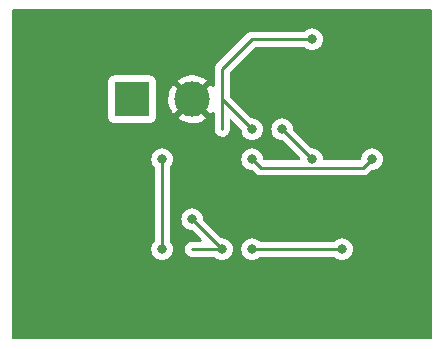
<source format=gbr>
%TF.GenerationSoftware,KiCad,Pcbnew,(6.0.10)*%
%TF.CreationDate,2023-02-17T09:16:45-08:00*%
%TF.ProjectId,Excercise2,45786365-7263-4697-9365-322e6b696361,rev?*%
%TF.SameCoordinates,Original*%
%TF.FileFunction,Copper,L2,Bot*%
%TF.FilePolarity,Positive*%
%FSLAX46Y46*%
G04 Gerber Fmt 4.6, Leading zero omitted, Abs format (unit mm)*
G04 Created by KiCad (PCBNEW (6.0.10)) date 2023-02-17 09:16:45*
%MOMM*%
%LPD*%
G01*
G04 APERTURE LIST*
%TA.AperFunction,ComponentPad*%
%ADD10R,3.000000X3.000000*%
%TD*%
%TA.AperFunction,ComponentPad*%
%ADD11C,3.000000*%
%TD*%
%TA.AperFunction,ViaPad*%
%ADD12C,0.800000*%
%TD*%
%TA.AperFunction,Conductor*%
%ADD13C,0.250000*%
%TD*%
G04 APERTURE END LIST*
D10*
%TO.P,J1,1,Pin_1*%
%TO.N,+9V*%
X137160000Y-78740000D03*
D11*
%TO.P,J1,2,Pin_2*%
%TO.N,GND*%
X142240000Y-78740000D03*
%TD*%
D12*
%TO.N,/pin_2*%
X157480000Y-83820000D03*
X147320000Y-83820000D03*
X157480000Y-83820000D03*
%TO.N,GND*%
X144780000Y-88900000D03*
X144780000Y-83820000D03*
X144780000Y-86360000D03*
X129540000Y-86360000D03*
X137160000Y-91440000D03*
X144780000Y-86360000D03*
X144780000Y-83820000D03*
%TO.N,Net-(C2-Pad1)*%
X144780000Y-91440000D03*
X142240000Y-88900000D03*
X142240000Y-88900000D03*
%TO.N,+9V*%
X147320000Y-81280000D03*
X139700000Y-83820000D03*
X147320000Y-81280000D03*
X152400000Y-73660000D03*
X147320000Y-81280000D03*
X147320000Y-81280000D03*
X139700000Y-91440000D03*
%TO.N,Net-(D2-Pad2)*%
X154940000Y-91440000D03*
X147320000Y-91440000D03*
%TO.N,/pin_3*%
X152400000Y-83820000D03*
X149860000Y-81280000D03*
X152400000Y-83820000D03*
X152400000Y-83820000D03*
%TD*%
D13*
%TO.N,/pin_2*%
X156755000Y-84545000D02*
X148045000Y-84545000D01*
X148045000Y-84545000D02*
X147320000Y-83820000D01*
X157480000Y-83820000D02*
X156755000Y-84545000D01*
%TO.N,GND*%
X144780000Y-83820000D02*
X144780000Y-86360000D01*
X132080000Y-91440000D02*
X129540000Y-88900000D01*
X144780000Y-88900000D02*
X144780000Y-86360000D01*
X129540000Y-88900000D02*
X129540000Y-86360000D01*
X137160000Y-91440000D02*
X132080000Y-91440000D01*
%TO.N,Net-(C2-Pad1)*%
X144780000Y-91440000D02*
X142240000Y-91440000D01*
X144780000Y-91440000D02*
X142240000Y-88900000D01*
%TO.N,+9V*%
X144780000Y-76200000D02*
X144780000Y-81280000D01*
X144780000Y-78740000D02*
X147320000Y-81280000D01*
X139700000Y-91440000D02*
X139700000Y-83820000D01*
X144780000Y-81280000D02*
X144780000Y-78740000D01*
X147320000Y-73660000D02*
X144780000Y-76200000D01*
X152400000Y-73660000D02*
X147320000Y-73660000D01*
%TO.N,Net-(D2-Pad2)*%
X154940000Y-91440000D02*
X147320000Y-91440000D01*
%TO.N,/pin_3*%
X152400000Y-83820000D02*
X149860000Y-81280000D01*
%TD*%
%TA.AperFunction,Conductor*%
%TO.N,GND*%
G36*
X162502121Y-71140002D02*
G01*
X162548614Y-71193658D01*
X162560000Y-71246000D01*
X162560000Y-98934000D01*
X162539998Y-99002121D01*
X162486342Y-99048614D01*
X162434000Y-99060000D01*
X127126000Y-99060000D01*
X127057879Y-99039998D01*
X127011386Y-98986342D01*
X127000000Y-98934000D01*
X127000000Y-91440000D01*
X138786496Y-91440000D01*
X138787186Y-91446565D01*
X138799072Y-91559650D01*
X138806458Y-91629928D01*
X138865473Y-91811556D01*
X138960960Y-91976944D01*
X139088747Y-92118866D01*
X139243248Y-92231118D01*
X139249276Y-92233802D01*
X139249278Y-92233803D01*
X139411681Y-92306109D01*
X139417712Y-92308794D01*
X139511112Y-92328647D01*
X139598056Y-92347128D01*
X139598061Y-92347128D01*
X139604513Y-92348500D01*
X139795487Y-92348500D01*
X139801939Y-92347128D01*
X139801944Y-92347128D01*
X139888888Y-92328647D01*
X139982288Y-92308794D01*
X139988319Y-92306109D01*
X140150722Y-92233803D01*
X140150724Y-92233802D01*
X140156752Y-92231118D01*
X140311253Y-92118866D01*
X140439040Y-91976944D01*
X140534527Y-91811556D01*
X140593542Y-91629928D01*
X140600929Y-91559650D01*
X140612814Y-91446565D01*
X140613504Y-91440000D01*
X140612814Y-91433435D01*
X140594232Y-91256635D01*
X140594232Y-91256633D01*
X140593542Y-91250072D01*
X140534527Y-91068444D01*
X140439040Y-90903056D01*
X140365863Y-90821785D01*
X140335147Y-90757779D01*
X140333500Y-90737476D01*
X140333500Y-88900000D01*
X141326496Y-88900000D01*
X141346458Y-89089928D01*
X141405473Y-89271556D01*
X141500960Y-89436944D01*
X141628747Y-89578866D01*
X141783248Y-89691118D01*
X141789276Y-89693802D01*
X141789278Y-89693803D01*
X141951681Y-89766109D01*
X141957712Y-89768794D01*
X142051112Y-89788647D01*
X142138056Y-89807128D01*
X142138061Y-89807128D01*
X142144513Y-89808500D01*
X142200406Y-89808500D01*
X142268527Y-89828502D01*
X142289501Y-89845405D01*
X143035501Y-90591405D01*
X143069527Y-90653717D01*
X143064462Y-90724532D01*
X143021915Y-90781368D01*
X142955395Y-90806179D01*
X142946406Y-90806500D01*
X142200144Y-90806500D01*
X142143432Y-90813665D01*
X142089068Y-90820532D01*
X142089065Y-90820533D01*
X142081203Y-90821526D01*
X141932383Y-90880448D01*
X141925972Y-90885106D01*
X141925970Y-90885107D01*
X141867638Y-90927488D01*
X141802893Y-90974528D01*
X141700867Y-91097856D01*
X141697494Y-91105023D01*
X141697492Y-91105027D01*
X141668274Y-91167121D01*
X141632717Y-91242682D01*
X141602725Y-91399906D01*
X141612775Y-91559650D01*
X141615224Y-91567186D01*
X141615224Y-91567188D01*
X141637650Y-91636206D01*
X141662236Y-91711875D01*
X141748000Y-91847018D01*
X141864679Y-91956586D01*
X142004940Y-92033695D01*
X142159970Y-92073500D01*
X144071800Y-92073500D01*
X144139921Y-92093502D01*
X144159147Y-92109843D01*
X144159420Y-92109540D01*
X144164332Y-92113963D01*
X144168747Y-92118866D01*
X144323248Y-92231118D01*
X144329276Y-92233802D01*
X144329278Y-92233803D01*
X144491681Y-92306109D01*
X144497712Y-92308794D01*
X144591112Y-92328647D01*
X144678056Y-92347128D01*
X144678061Y-92347128D01*
X144684513Y-92348500D01*
X144875487Y-92348500D01*
X144881939Y-92347128D01*
X144881944Y-92347128D01*
X144968888Y-92328647D01*
X145062288Y-92308794D01*
X145068319Y-92306109D01*
X145230722Y-92233803D01*
X145230724Y-92233802D01*
X145236752Y-92231118D01*
X145391253Y-92118866D01*
X145519040Y-91976944D01*
X145614527Y-91811556D01*
X145673542Y-91629928D01*
X145680929Y-91559650D01*
X145692814Y-91446565D01*
X145693504Y-91440000D01*
X146406496Y-91440000D01*
X146407186Y-91446565D01*
X146419072Y-91559650D01*
X146426458Y-91629928D01*
X146485473Y-91811556D01*
X146580960Y-91976944D01*
X146708747Y-92118866D01*
X146863248Y-92231118D01*
X146869276Y-92233802D01*
X146869278Y-92233803D01*
X147031681Y-92306109D01*
X147037712Y-92308794D01*
X147131112Y-92328647D01*
X147218056Y-92347128D01*
X147218061Y-92347128D01*
X147224513Y-92348500D01*
X147415487Y-92348500D01*
X147421939Y-92347128D01*
X147421944Y-92347128D01*
X147508888Y-92328647D01*
X147602288Y-92308794D01*
X147608319Y-92306109D01*
X147770722Y-92233803D01*
X147770724Y-92233802D01*
X147776752Y-92231118D01*
X147931253Y-92118866D01*
X147935668Y-92113963D01*
X147940580Y-92109540D01*
X147941705Y-92110789D01*
X147995014Y-92077949D01*
X148028200Y-92073500D01*
X154231800Y-92073500D01*
X154299921Y-92093502D01*
X154319147Y-92109843D01*
X154319420Y-92109540D01*
X154324332Y-92113963D01*
X154328747Y-92118866D01*
X154483248Y-92231118D01*
X154489276Y-92233802D01*
X154489278Y-92233803D01*
X154651681Y-92306109D01*
X154657712Y-92308794D01*
X154751112Y-92328647D01*
X154838056Y-92347128D01*
X154838061Y-92347128D01*
X154844513Y-92348500D01*
X155035487Y-92348500D01*
X155041939Y-92347128D01*
X155041944Y-92347128D01*
X155128888Y-92328647D01*
X155222288Y-92308794D01*
X155228319Y-92306109D01*
X155390722Y-92233803D01*
X155390724Y-92233802D01*
X155396752Y-92231118D01*
X155551253Y-92118866D01*
X155679040Y-91976944D01*
X155774527Y-91811556D01*
X155833542Y-91629928D01*
X155840929Y-91559650D01*
X155852814Y-91446565D01*
X155853504Y-91440000D01*
X155852814Y-91433435D01*
X155834232Y-91256635D01*
X155834232Y-91256633D01*
X155833542Y-91250072D01*
X155774527Y-91068444D01*
X155679040Y-90903056D01*
X155551253Y-90761134D01*
X155396752Y-90648882D01*
X155390724Y-90646198D01*
X155390722Y-90646197D01*
X155228319Y-90573891D01*
X155228318Y-90573891D01*
X155222288Y-90571206D01*
X155128887Y-90551353D01*
X155041944Y-90532872D01*
X155041939Y-90532872D01*
X155035487Y-90531500D01*
X154844513Y-90531500D01*
X154838061Y-90532872D01*
X154838056Y-90532872D01*
X154751113Y-90551353D01*
X154657712Y-90571206D01*
X154651682Y-90573891D01*
X154651681Y-90573891D01*
X154489278Y-90646197D01*
X154489276Y-90646198D01*
X154483248Y-90648882D01*
X154328747Y-90761134D01*
X154324332Y-90766037D01*
X154319420Y-90770460D01*
X154318295Y-90769211D01*
X154264986Y-90802051D01*
X154231800Y-90806500D01*
X148028200Y-90806500D01*
X147960079Y-90786498D01*
X147940853Y-90770157D01*
X147940580Y-90770460D01*
X147935668Y-90766037D01*
X147931253Y-90761134D01*
X147776752Y-90648882D01*
X147770724Y-90646198D01*
X147770722Y-90646197D01*
X147608319Y-90573891D01*
X147608318Y-90573891D01*
X147602288Y-90571206D01*
X147508887Y-90551353D01*
X147421944Y-90532872D01*
X147421939Y-90532872D01*
X147415487Y-90531500D01*
X147224513Y-90531500D01*
X147218061Y-90532872D01*
X147218056Y-90532872D01*
X147131113Y-90551353D01*
X147037712Y-90571206D01*
X147031682Y-90573891D01*
X147031681Y-90573891D01*
X146869278Y-90646197D01*
X146869276Y-90646198D01*
X146863248Y-90648882D01*
X146708747Y-90761134D01*
X146580960Y-90903056D01*
X146485473Y-91068444D01*
X146426458Y-91250072D01*
X146425768Y-91256633D01*
X146425768Y-91256635D01*
X146407186Y-91433435D01*
X146406496Y-91440000D01*
X145693504Y-91440000D01*
X145692814Y-91433435D01*
X145674232Y-91256635D01*
X145674232Y-91256633D01*
X145673542Y-91250072D01*
X145614527Y-91068444D01*
X145519040Y-90903056D01*
X145391253Y-90761134D01*
X145236752Y-90648882D01*
X145230724Y-90646198D01*
X145230722Y-90646197D01*
X145068319Y-90573891D01*
X145068318Y-90573891D01*
X145062288Y-90571206D01*
X144968887Y-90551353D01*
X144881944Y-90532872D01*
X144881939Y-90532872D01*
X144875487Y-90531500D01*
X144819595Y-90531500D01*
X144751474Y-90511498D01*
X144730500Y-90494595D01*
X143187122Y-88951217D01*
X143153096Y-88888905D01*
X143150907Y-88875292D01*
X143134232Y-88716635D01*
X143134232Y-88716633D01*
X143133542Y-88710072D01*
X143074527Y-88528444D01*
X142979040Y-88363056D01*
X142851253Y-88221134D01*
X142696752Y-88108882D01*
X142690724Y-88106198D01*
X142690722Y-88106197D01*
X142528319Y-88033891D01*
X142528318Y-88033891D01*
X142522288Y-88031206D01*
X142428887Y-88011353D01*
X142341944Y-87992872D01*
X142341939Y-87992872D01*
X142335487Y-87991500D01*
X142144513Y-87991500D01*
X142138061Y-87992872D01*
X142138056Y-87992872D01*
X142051112Y-88011353D01*
X141957712Y-88031206D01*
X141951682Y-88033891D01*
X141951681Y-88033891D01*
X141789278Y-88106197D01*
X141789276Y-88106198D01*
X141783248Y-88108882D01*
X141628747Y-88221134D01*
X141500960Y-88363056D01*
X141405473Y-88528444D01*
X141346458Y-88710072D01*
X141326496Y-88900000D01*
X140333500Y-88900000D01*
X140333500Y-84522524D01*
X140353502Y-84454403D01*
X140365858Y-84438221D01*
X140439040Y-84356944D01*
X140534527Y-84191556D01*
X140593542Y-84009928D01*
X140608120Y-83871231D01*
X140612814Y-83826565D01*
X140613504Y-83820000D01*
X146406496Y-83820000D01*
X146407186Y-83826565D01*
X146411881Y-83871231D01*
X146426458Y-84009928D01*
X146485473Y-84191556D01*
X146580960Y-84356944D01*
X146708747Y-84498866D01*
X146863248Y-84611118D01*
X146869276Y-84613802D01*
X146869278Y-84613803D01*
X147031681Y-84686109D01*
X147037712Y-84688794D01*
X147131113Y-84708647D01*
X147218056Y-84727128D01*
X147218061Y-84727128D01*
X147224513Y-84728500D01*
X147280405Y-84728500D01*
X147348526Y-84748502D01*
X147369500Y-84765405D01*
X147541348Y-84937253D01*
X147548888Y-84945539D01*
X147553000Y-84952018D01*
X147558777Y-84957443D01*
X147602651Y-84998643D01*
X147605493Y-85001398D01*
X147625230Y-85021135D01*
X147628427Y-85023615D01*
X147637447Y-85031318D01*
X147669679Y-85061586D01*
X147676625Y-85065405D01*
X147676628Y-85065407D01*
X147687434Y-85071348D01*
X147703953Y-85082199D01*
X147719959Y-85094614D01*
X147727228Y-85097759D01*
X147727232Y-85097762D01*
X147760537Y-85112174D01*
X147771187Y-85117391D01*
X147809940Y-85138695D01*
X147817615Y-85140666D01*
X147817616Y-85140666D01*
X147829562Y-85143733D01*
X147848267Y-85150137D01*
X147866855Y-85158181D01*
X147874678Y-85159420D01*
X147874688Y-85159423D01*
X147910524Y-85165099D01*
X147922144Y-85167505D01*
X147953959Y-85175673D01*
X147964970Y-85178500D01*
X147985224Y-85178500D01*
X148004934Y-85180051D01*
X148024943Y-85183220D01*
X148032835Y-85182474D01*
X148051580Y-85180702D01*
X148068962Y-85179059D01*
X148080819Y-85178500D01*
X156676233Y-85178500D01*
X156687416Y-85179027D01*
X156694909Y-85180702D01*
X156702835Y-85180453D01*
X156702836Y-85180453D01*
X156762986Y-85178562D01*
X156766945Y-85178500D01*
X156794856Y-85178500D01*
X156798791Y-85178003D01*
X156798856Y-85177995D01*
X156810693Y-85177062D01*
X156842951Y-85176048D01*
X156846970Y-85175922D01*
X156854889Y-85175673D01*
X156874343Y-85170021D01*
X156893700Y-85166013D01*
X156905930Y-85164468D01*
X156905931Y-85164468D01*
X156913797Y-85163474D01*
X156921168Y-85160555D01*
X156921170Y-85160555D01*
X156954912Y-85147196D01*
X156966142Y-85143351D01*
X157000983Y-85133229D01*
X157000984Y-85133229D01*
X157008593Y-85131018D01*
X157015412Y-85126985D01*
X157015417Y-85126983D01*
X157026028Y-85120707D01*
X157043776Y-85112012D01*
X157062617Y-85104552D01*
X157098387Y-85078564D01*
X157108307Y-85072048D01*
X157139535Y-85053580D01*
X157139538Y-85053578D01*
X157146362Y-85049542D01*
X157160683Y-85035221D01*
X157175717Y-85022380D01*
X157185693Y-85015132D01*
X157192107Y-85010472D01*
X157220293Y-84976401D01*
X157228282Y-84967622D01*
X157430499Y-84765405D01*
X157492811Y-84731379D01*
X157519594Y-84728500D01*
X157575487Y-84728500D01*
X157581939Y-84727128D01*
X157581944Y-84727128D01*
X157668887Y-84708647D01*
X157762288Y-84688794D01*
X157768319Y-84686109D01*
X157930722Y-84613803D01*
X157930724Y-84613802D01*
X157936752Y-84611118D01*
X158091253Y-84498866D01*
X158219040Y-84356944D01*
X158314527Y-84191556D01*
X158373542Y-84009928D01*
X158388120Y-83871231D01*
X158392814Y-83826565D01*
X158393504Y-83820000D01*
X158373542Y-83630072D01*
X158314527Y-83448444D01*
X158219040Y-83283056D01*
X158091253Y-83141134D01*
X157936752Y-83028882D01*
X157930724Y-83026198D01*
X157930722Y-83026197D01*
X157768319Y-82953891D01*
X157768318Y-82953891D01*
X157762288Y-82951206D01*
X157668888Y-82931353D01*
X157581944Y-82912872D01*
X157581939Y-82912872D01*
X157575487Y-82911500D01*
X157384513Y-82911500D01*
X157378061Y-82912872D01*
X157378056Y-82912872D01*
X157291112Y-82931353D01*
X157197712Y-82951206D01*
X157191682Y-82953891D01*
X157191681Y-82953891D01*
X157029278Y-83026197D01*
X157029276Y-83026198D01*
X157023248Y-83028882D01*
X156868747Y-83141134D01*
X156740960Y-83283056D01*
X156645473Y-83448444D01*
X156586458Y-83630072D01*
X156585768Y-83636633D01*
X156585768Y-83636635D01*
X156569093Y-83795292D01*
X156542080Y-83860949D01*
X156532865Y-83871231D01*
X156529486Y-83874609D01*
X156467169Y-83908624D01*
X156440404Y-83911500D01*
X153436572Y-83911500D01*
X153368451Y-83891498D01*
X153321958Y-83837842D01*
X153311262Y-83798670D01*
X153294232Y-83636635D01*
X153294232Y-83636633D01*
X153293542Y-83630072D01*
X153234527Y-83448444D01*
X153139040Y-83283056D01*
X153011253Y-83141134D01*
X152856752Y-83028882D01*
X152850724Y-83026198D01*
X152850722Y-83026197D01*
X152688319Y-82953891D01*
X152688318Y-82953891D01*
X152682288Y-82951206D01*
X152588888Y-82931353D01*
X152501944Y-82912872D01*
X152501939Y-82912872D01*
X152495487Y-82911500D01*
X152439595Y-82911500D01*
X152371474Y-82891498D01*
X152350500Y-82874595D01*
X150807122Y-81331217D01*
X150773096Y-81268905D01*
X150770907Y-81255292D01*
X150754232Y-81096635D01*
X150754232Y-81096633D01*
X150753542Y-81090072D01*
X150694527Y-80908444D01*
X150599040Y-80743056D01*
X150546973Y-80685229D01*
X150475675Y-80606045D01*
X150475674Y-80606044D01*
X150471253Y-80601134D01*
X150372157Y-80529136D01*
X150322094Y-80492763D01*
X150322093Y-80492762D01*
X150316752Y-80488882D01*
X150310724Y-80486198D01*
X150310722Y-80486197D01*
X150148319Y-80413891D01*
X150148318Y-80413891D01*
X150142288Y-80411206D01*
X150048888Y-80391353D01*
X149961944Y-80372872D01*
X149961939Y-80372872D01*
X149955487Y-80371500D01*
X149764513Y-80371500D01*
X149758061Y-80372872D01*
X149758056Y-80372872D01*
X149671112Y-80391353D01*
X149577712Y-80411206D01*
X149571682Y-80413891D01*
X149571681Y-80413891D01*
X149409278Y-80486197D01*
X149409276Y-80486198D01*
X149403248Y-80488882D01*
X149397907Y-80492762D01*
X149397906Y-80492763D01*
X149347843Y-80529136D01*
X149248747Y-80601134D01*
X149244326Y-80606044D01*
X149244325Y-80606045D01*
X149173028Y-80685229D01*
X149120960Y-80743056D01*
X149025473Y-80908444D01*
X148966458Y-81090072D01*
X148946496Y-81280000D01*
X148966458Y-81469928D01*
X149025473Y-81651556D01*
X149120960Y-81816944D01*
X149125378Y-81821851D01*
X149125379Y-81821852D01*
X149200044Y-81904776D01*
X149248747Y-81958866D01*
X149403248Y-82071118D01*
X149409276Y-82073802D01*
X149409278Y-82073803D01*
X149571681Y-82146109D01*
X149577712Y-82148794D01*
X149671112Y-82168647D01*
X149758056Y-82187128D01*
X149758061Y-82187128D01*
X149764513Y-82188500D01*
X149820406Y-82188500D01*
X149888527Y-82208502D01*
X149909501Y-82225405D01*
X151380501Y-83696405D01*
X151414527Y-83758717D01*
X151409462Y-83829532D01*
X151366915Y-83886368D01*
X151300395Y-83911179D01*
X151291406Y-83911500D01*
X148359594Y-83911500D01*
X148291473Y-83891498D01*
X148270499Y-83874595D01*
X148267122Y-83871218D01*
X148233096Y-83808906D01*
X148230907Y-83795293D01*
X148214232Y-83636635D01*
X148214232Y-83636633D01*
X148213542Y-83630072D01*
X148154527Y-83448444D01*
X148059040Y-83283056D01*
X147931253Y-83141134D01*
X147776752Y-83028882D01*
X147770724Y-83026198D01*
X147770722Y-83026197D01*
X147608319Y-82953891D01*
X147608318Y-82953891D01*
X147602288Y-82951206D01*
X147508888Y-82931353D01*
X147421944Y-82912872D01*
X147421939Y-82912872D01*
X147415487Y-82911500D01*
X147224513Y-82911500D01*
X147218061Y-82912872D01*
X147218056Y-82912872D01*
X147131112Y-82931353D01*
X147037712Y-82951206D01*
X147031682Y-82953891D01*
X147031681Y-82953891D01*
X146869278Y-83026197D01*
X146869276Y-83026198D01*
X146863248Y-83028882D01*
X146708747Y-83141134D01*
X146580960Y-83283056D01*
X146485473Y-83448444D01*
X146426458Y-83630072D01*
X146406496Y-83820000D01*
X140613504Y-83820000D01*
X140593542Y-83630072D01*
X140534527Y-83448444D01*
X140439040Y-83283056D01*
X140311253Y-83141134D01*
X140156752Y-83028882D01*
X140150724Y-83026198D01*
X140150722Y-83026197D01*
X139988319Y-82953891D01*
X139988318Y-82953891D01*
X139982288Y-82951206D01*
X139888888Y-82931353D01*
X139801944Y-82912872D01*
X139801939Y-82912872D01*
X139795487Y-82911500D01*
X139604513Y-82911500D01*
X139598061Y-82912872D01*
X139598056Y-82912872D01*
X139511112Y-82931353D01*
X139417712Y-82951206D01*
X139411682Y-82953891D01*
X139411681Y-82953891D01*
X139249278Y-83026197D01*
X139249276Y-83026198D01*
X139243248Y-83028882D01*
X139088747Y-83141134D01*
X138960960Y-83283056D01*
X138865473Y-83448444D01*
X138806458Y-83630072D01*
X138786496Y-83820000D01*
X138787186Y-83826565D01*
X138791881Y-83871231D01*
X138806458Y-84009928D01*
X138865473Y-84191556D01*
X138960960Y-84356944D01*
X139034137Y-84438215D01*
X139064853Y-84502221D01*
X139066500Y-84522524D01*
X139066500Y-90737476D01*
X139046498Y-90805597D01*
X139034142Y-90821779D01*
X138960960Y-90903056D01*
X138865473Y-91068444D01*
X138806458Y-91250072D01*
X138805768Y-91256633D01*
X138805768Y-91256635D01*
X138787186Y-91433435D01*
X138786496Y-91440000D01*
X127000000Y-91440000D01*
X127000000Y-80288134D01*
X135151500Y-80288134D01*
X135158255Y-80350316D01*
X135209385Y-80486705D01*
X135296739Y-80603261D01*
X135413295Y-80690615D01*
X135549684Y-80741745D01*
X135611866Y-80748500D01*
X138708134Y-80748500D01*
X138770316Y-80741745D01*
X138906705Y-80690615D01*
X139023261Y-80603261D01*
X139110615Y-80486705D01*
X139161745Y-80350316D01*
X139163990Y-80329654D01*
X141015618Y-80329654D01*
X141022673Y-80339627D01*
X141053679Y-80365551D01*
X141060598Y-80370579D01*
X141285272Y-80511515D01*
X141292807Y-80515556D01*
X141534520Y-80624694D01*
X141542551Y-80627680D01*
X141796832Y-80703002D01*
X141805184Y-80704869D01*
X142067340Y-80744984D01*
X142075874Y-80745700D01*
X142341045Y-80749867D01*
X142349596Y-80749418D01*
X142612883Y-80717557D01*
X142621284Y-80715955D01*
X142877824Y-80648653D01*
X142885926Y-80645926D01*
X143130949Y-80544434D01*
X143138617Y-80540628D01*
X143367598Y-80406822D01*
X143374679Y-80402009D01*
X143454655Y-80339301D01*
X143463125Y-80327442D01*
X143456608Y-80315818D01*
X142252812Y-79112022D01*
X142238868Y-79104408D01*
X142237035Y-79104539D01*
X142230420Y-79108790D01*
X141022910Y-80316300D01*
X141015618Y-80329654D01*
X139163990Y-80329654D01*
X139168500Y-80288134D01*
X139168500Y-78723204D01*
X140227665Y-78723204D01*
X140242932Y-78987969D01*
X140244005Y-78996470D01*
X140295065Y-79256722D01*
X140297276Y-79264974D01*
X140383184Y-79515894D01*
X140386499Y-79523779D01*
X140505664Y-79760713D01*
X140510020Y-79768079D01*
X140639347Y-79956250D01*
X140649601Y-79964594D01*
X140663342Y-79957448D01*
X141867978Y-78752812D01*
X141874356Y-78741132D01*
X142604408Y-78741132D01*
X142604539Y-78742965D01*
X142608790Y-78749580D01*
X143815730Y-79956520D01*
X143827939Y-79963187D01*
X143839439Y-79954497D01*
X143918953Y-79846251D01*
X143975401Y-79803192D01*
X144046168Y-79797486D01*
X144108786Y-79830946D01*
X144143373Y-79892948D01*
X144146500Y-79920844D01*
X144146500Y-81319856D01*
X144161526Y-81438797D01*
X144220448Y-81587617D01*
X144314528Y-81717107D01*
X144437856Y-81819133D01*
X144445023Y-81822506D01*
X144445027Y-81822508D01*
X144507121Y-81851726D01*
X144582682Y-81887283D01*
X144739906Y-81917275D01*
X144828400Y-81911708D01*
X144891738Y-81907723D01*
X144891740Y-81907723D01*
X144899650Y-81907225D01*
X144907186Y-81904776D01*
X144907188Y-81904776D01*
X145044333Y-81860215D01*
X145044336Y-81860214D01*
X145051875Y-81857764D01*
X145187018Y-81772000D01*
X145296586Y-81655321D01*
X145373695Y-81515060D01*
X145413500Y-81360030D01*
X145413500Y-80573594D01*
X145433502Y-80505473D01*
X145487158Y-80458980D01*
X145557432Y-80448876D01*
X145622012Y-80478370D01*
X145628595Y-80484499D01*
X146372878Y-81228782D01*
X146406904Y-81291094D01*
X146409092Y-81304703D01*
X146426458Y-81469928D01*
X146485473Y-81651556D01*
X146580960Y-81816944D01*
X146585378Y-81821851D01*
X146585379Y-81821852D01*
X146660044Y-81904776D01*
X146708747Y-81958866D01*
X146863248Y-82071118D01*
X146869276Y-82073802D01*
X146869278Y-82073803D01*
X147031681Y-82146109D01*
X147037712Y-82148794D01*
X147131112Y-82168647D01*
X147218056Y-82187128D01*
X147218061Y-82187128D01*
X147224513Y-82188500D01*
X147415487Y-82188500D01*
X147421939Y-82187128D01*
X147421944Y-82187128D01*
X147508888Y-82168647D01*
X147602288Y-82148794D01*
X147608319Y-82146109D01*
X147770722Y-82073803D01*
X147770724Y-82073802D01*
X147776752Y-82071118D01*
X147931253Y-81958866D01*
X147979956Y-81904776D01*
X148054621Y-81821852D01*
X148054622Y-81821851D01*
X148059040Y-81816944D01*
X148154527Y-81651556D01*
X148213542Y-81469928D01*
X148233504Y-81280000D01*
X148213542Y-81090072D01*
X148154527Y-80908444D01*
X148059040Y-80743056D01*
X148006973Y-80685229D01*
X147935675Y-80606045D01*
X147935674Y-80606044D01*
X147931253Y-80601134D01*
X147832157Y-80529136D01*
X147782094Y-80492763D01*
X147782093Y-80492762D01*
X147776752Y-80488882D01*
X147770724Y-80486198D01*
X147770722Y-80486197D01*
X147608319Y-80413891D01*
X147608318Y-80413891D01*
X147602288Y-80411206D01*
X147508888Y-80391353D01*
X147421944Y-80372872D01*
X147421939Y-80372872D01*
X147415487Y-80371500D01*
X147359595Y-80371500D01*
X147291474Y-80351498D01*
X147270500Y-80334595D01*
X145450405Y-78514500D01*
X145416379Y-78452188D01*
X145413500Y-78425405D01*
X145413500Y-76514594D01*
X145433502Y-76446473D01*
X145450405Y-76425499D01*
X147545499Y-74330405D01*
X147607811Y-74296379D01*
X147634594Y-74293500D01*
X151691800Y-74293500D01*
X151759921Y-74313502D01*
X151779147Y-74329843D01*
X151779420Y-74329540D01*
X151784332Y-74333963D01*
X151788747Y-74338866D01*
X151943248Y-74451118D01*
X151949276Y-74453802D01*
X151949278Y-74453803D01*
X152111681Y-74526109D01*
X152117712Y-74528794D01*
X152211113Y-74548647D01*
X152298056Y-74567128D01*
X152298061Y-74567128D01*
X152304513Y-74568500D01*
X152495487Y-74568500D01*
X152501939Y-74567128D01*
X152501944Y-74567128D01*
X152588887Y-74548647D01*
X152682288Y-74528794D01*
X152688319Y-74526109D01*
X152850722Y-74453803D01*
X152850724Y-74453802D01*
X152856752Y-74451118D01*
X153011253Y-74338866D01*
X153034091Y-74313502D01*
X153134621Y-74201852D01*
X153134622Y-74201851D01*
X153139040Y-74196944D01*
X153234527Y-74031556D01*
X153293542Y-73849928D01*
X153313504Y-73660000D01*
X153293542Y-73470072D01*
X153234527Y-73288444D01*
X153139040Y-73123056D01*
X153122882Y-73105110D01*
X153015675Y-72986045D01*
X153015674Y-72986044D01*
X153011253Y-72981134D01*
X152856752Y-72868882D01*
X152850724Y-72866198D01*
X152850722Y-72866197D01*
X152688319Y-72793891D01*
X152688318Y-72793891D01*
X152682288Y-72791206D01*
X152588887Y-72771353D01*
X152501944Y-72752872D01*
X152501939Y-72752872D01*
X152495487Y-72751500D01*
X152304513Y-72751500D01*
X152298061Y-72752872D01*
X152298056Y-72752872D01*
X152211113Y-72771353D01*
X152117712Y-72791206D01*
X152111682Y-72793891D01*
X152111681Y-72793891D01*
X151949278Y-72866197D01*
X151949276Y-72866198D01*
X151943248Y-72868882D01*
X151788747Y-72981134D01*
X151784332Y-72986037D01*
X151779420Y-72990460D01*
X151778295Y-72989211D01*
X151724986Y-73022051D01*
X151691800Y-73026500D01*
X147398763Y-73026500D01*
X147387579Y-73025973D01*
X147380091Y-73024299D01*
X147372168Y-73024548D01*
X147312033Y-73026438D01*
X147308075Y-73026500D01*
X147280144Y-73026500D01*
X147276229Y-73026995D01*
X147276225Y-73026995D01*
X147276167Y-73027003D01*
X147276138Y-73027006D01*
X147264296Y-73027939D01*
X147220110Y-73029327D01*
X147202744Y-73034372D01*
X147200658Y-73034978D01*
X147181306Y-73038986D01*
X147169068Y-73040532D01*
X147169066Y-73040533D01*
X147161203Y-73041526D01*
X147120086Y-73057806D01*
X147108885Y-73061641D01*
X147066406Y-73073982D01*
X147059587Y-73078015D01*
X147059582Y-73078017D01*
X147048971Y-73084293D01*
X147031221Y-73092990D01*
X147012383Y-73100448D01*
X147005967Y-73105109D01*
X147005966Y-73105110D01*
X146976625Y-73126428D01*
X146966701Y-73132947D01*
X146935460Y-73151422D01*
X146935455Y-73151426D01*
X146928637Y-73155458D01*
X146914313Y-73169782D01*
X146899281Y-73182621D01*
X146882893Y-73194528D01*
X146854712Y-73228593D01*
X146846722Y-73237373D01*
X144387747Y-75696348D01*
X144379461Y-75703888D01*
X144372982Y-75708000D01*
X144367557Y-75713777D01*
X144326357Y-75757651D01*
X144323602Y-75760493D01*
X144303865Y-75780230D01*
X144301385Y-75783427D01*
X144293682Y-75792447D01*
X144263414Y-75824679D01*
X144259595Y-75831625D01*
X144259593Y-75831628D01*
X144253652Y-75842434D01*
X144242801Y-75858953D01*
X144230386Y-75874959D01*
X144227241Y-75882228D01*
X144227238Y-75882232D01*
X144212826Y-75915537D01*
X144207609Y-75926187D01*
X144186305Y-75964940D01*
X144184334Y-75972615D01*
X144184334Y-75972616D01*
X144181267Y-75984562D01*
X144174863Y-76003266D01*
X144166819Y-76021855D01*
X144165580Y-76029678D01*
X144165577Y-76029688D01*
X144159901Y-76065524D01*
X144157495Y-76077144D01*
X144146500Y-76119970D01*
X144146500Y-76140224D01*
X144144949Y-76159934D01*
X144141780Y-76179943D01*
X144142526Y-76187835D01*
X144145941Y-76223961D01*
X144146500Y-76235819D01*
X144146500Y-77562070D01*
X144126498Y-77630191D01*
X144072842Y-77676684D01*
X144002568Y-77686788D01*
X143937988Y-77657294D01*
X143917413Y-77634521D01*
X143840031Y-77524417D01*
X143829509Y-77516037D01*
X143816121Y-77523089D01*
X142612022Y-78727188D01*
X142604408Y-78741132D01*
X141874356Y-78741132D01*
X141875592Y-78738868D01*
X141875461Y-78737035D01*
X141871210Y-78730420D01*
X140663814Y-77523024D01*
X140651804Y-77516466D01*
X140640064Y-77525434D01*
X140531935Y-77675911D01*
X140527418Y-77683196D01*
X140403325Y-77917567D01*
X140399839Y-77925395D01*
X140308700Y-78174446D01*
X140306311Y-78182670D01*
X140249812Y-78441795D01*
X140248563Y-78450250D01*
X140227754Y-78714653D01*
X140227665Y-78723204D01*
X139168500Y-78723204D01*
X139168500Y-77191866D01*
X139164224Y-77152500D01*
X141016584Y-77152500D01*
X141022980Y-77163770D01*
X142227188Y-78367978D01*
X142241132Y-78375592D01*
X142242965Y-78375461D01*
X142249580Y-78371210D01*
X143456604Y-77164186D01*
X143463795Y-77151017D01*
X143456473Y-77140780D01*
X143409233Y-77102115D01*
X143402261Y-77097160D01*
X143176122Y-76958582D01*
X143168552Y-76954624D01*
X142925704Y-76848022D01*
X142917644Y-76845120D01*
X142662592Y-76772467D01*
X142654214Y-76770685D01*
X142391656Y-76733318D01*
X142383111Y-76732691D01*
X142117908Y-76731302D01*
X142109374Y-76731839D01*
X141846433Y-76766456D01*
X141838035Y-76768149D01*
X141582238Y-76838127D01*
X141574143Y-76840946D01*
X141330199Y-76944997D01*
X141322577Y-76948881D01*
X141095013Y-77085075D01*
X141087981Y-77089962D01*
X141025053Y-77140377D01*
X141016584Y-77152500D01*
X139164224Y-77152500D01*
X139161745Y-77129684D01*
X139110615Y-76993295D01*
X139023261Y-76876739D01*
X138906705Y-76789385D01*
X138770316Y-76738255D01*
X138708134Y-76731500D01*
X135611866Y-76731500D01*
X135549684Y-76738255D01*
X135413295Y-76789385D01*
X135296739Y-76876739D01*
X135209385Y-76993295D01*
X135158255Y-77129684D01*
X135151500Y-77191866D01*
X135151500Y-80288134D01*
X127000000Y-80288134D01*
X127000000Y-71246000D01*
X127020002Y-71177879D01*
X127073658Y-71131386D01*
X127126000Y-71120000D01*
X162434000Y-71120000D01*
X162502121Y-71140002D01*
G37*
%TD.AperFunction*%
%TD*%
M02*

</source>
